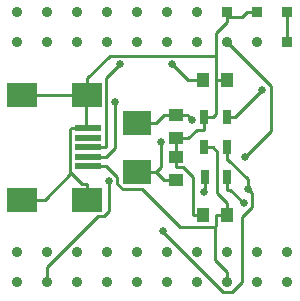
<source format=gbr>
G04 #@! TF.FileFunction,Copper,L2,Bot,Signal*
%FSLAX46Y46*%
G04 Gerber Fmt 4.6, Leading zero omitted, Abs format (unit mm)*
G04 Created by KiCad (PCBNEW 4.0.4+dfsg1-stable) date Wed Feb 22 14:06:43 2017*
%MOMM*%
%LPD*%
G01*
G04 APERTURE LIST*
%ADD10C,0.100000*%
%ADD11R,2.301240X0.500380*%
%ADD12R,2.499360X1.998980*%
%ADD13R,0.914400X0.914400*%
%ADD14C,0.914400*%
%ADD15O,0.914400X0.914400*%
%ADD16R,2.400000X2.000000*%
%ADD17R,1.250000X1.000000*%
%ADD18R,1.000000X1.250000*%
%ADD19R,0.700000X1.300000*%
%ADD20C,0.660400*%
%ADD21C,0.254000*%
G04 APERTURE END LIST*
D10*
D11*
X83459320Y-65100200D03*
X83459320Y-64300100D03*
X83459320Y-63500000D03*
X83459320Y-62699900D03*
X83459320Y-61899800D03*
D12*
X83360260Y-67950080D03*
X77861160Y-67950080D03*
X83360260Y-59049920D03*
X77861160Y-59049920D03*
D13*
X100330000Y-52070000D03*
X100330000Y-54610000D03*
D14*
X92710000Y-54610000D03*
D13*
X97790000Y-52070000D03*
D14*
X95250000Y-54610000D03*
D13*
X95250000Y-52070000D03*
D14*
X92710000Y-52070000D03*
X97790000Y-54610000D03*
X90170000Y-54610000D03*
X90170000Y-52070000D03*
X87630000Y-52070000D03*
X87630000Y-54610000D03*
X85090000Y-54610000D03*
X85090000Y-52070000D03*
X82550000Y-54610000D03*
X82550000Y-52070000D03*
X80010000Y-54610000D03*
X80010000Y-52070000D03*
X77470000Y-52070000D03*
X77470000Y-54610000D03*
D15*
X95250000Y-74930000D03*
D14*
X97790000Y-72390000D03*
D15*
X100330000Y-74930000D03*
X97790000Y-74930000D03*
D14*
X95250000Y-72390000D03*
X92710000Y-72390000D03*
X100330000Y-72390000D03*
X90170000Y-72390000D03*
X92710000Y-74930000D03*
X87630000Y-72390000D03*
X90170000Y-74930000D03*
X85090000Y-72390000D03*
X87630000Y-74930000D03*
X80010000Y-72390000D03*
X77470000Y-72390000D03*
X85090000Y-74930000D03*
X82550000Y-74930000D03*
X77470000Y-74930000D03*
X82550000Y-72390000D03*
X80010000Y-74930000D03*
D16*
X87630000Y-65550000D03*
X87630000Y-61450000D03*
D17*
X90932000Y-62722000D03*
X90932000Y-60722000D03*
X90932000Y-64278000D03*
X90932000Y-66278000D03*
D18*
X93218000Y-69215000D03*
X95218000Y-69215000D03*
X95218000Y-57785000D03*
X93218000Y-57785000D03*
D19*
X93350000Y-66040000D03*
X95250000Y-66040000D03*
X93284000Y-63500000D03*
X95184000Y-63500000D03*
X95184000Y-60960000D03*
X93284000Y-60960000D03*
D20*
X92244700Y-61179600D03*
X89603500Y-63021200D03*
X90574000Y-56454600D03*
X96648800Y-68236300D03*
X98193300Y-58626700D03*
X85726300Y-59665500D03*
X86125900Y-56459700D03*
X85224100Y-66344300D03*
X96757100Y-64300000D03*
X93264000Y-67283500D03*
X96993800Y-67000000D03*
X89772900Y-70571700D03*
D21*
X100330000Y-54610000D02*
X100330000Y-52070000D01*
X95218000Y-57785000D02*
X94336700Y-57785000D01*
X85297100Y-55732300D02*
X94336700Y-55732300D01*
X83360300Y-57669100D02*
X85297100Y-55732300D01*
X94336700Y-53821800D02*
X95250000Y-52908500D01*
X94336700Y-55732300D02*
X94336700Y-53821800D01*
X93218000Y-69215000D02*
X92336700Y-69215000D01*
X90932000Y-62722000D02*
X90932000Y-64278000D01*
X92336700Y-66013200D02*
X92336700Y-69215000D01*
X91482800Y-65159300D02*
X92336700Y-66013200D01*
X90932000Y-65159300D02*
X91482800Y-65159300D01*
X90932000Y-64278000D02*
X90932000Y-65159300D01*
X92669000Y-61991300D02*
X91938300Y-62722000D01*
X93284000Y-61991300D02*
X92669000Y-61991300D01*
X93284000Y-60960000D02*
X93284000Y-61991300D01*
X90932000Y-62722000D02*
X91938300Y-62722000D01*
X94336700Y-55732300D02*
X94336700Y-57785000D01*
X94336700Y-60638600D02*
X94015300Y-60960000D01*
X94336700Y-57785000D02*
X94336700Y-60638600D01*
X93284000Y-60960000D02*
X94015300Y-60960000D01*
X95250000Y-52070000D02*
X95250000Y-52489200D01*
X95250000Y-52489200D02*
X95250000Y-52908500D01*
X96532300Y-52489200D02*
X96951500Y-52070000D01*
X95250000Y-52489200D02*
X96532300Y-52489200D01*
X97790000Y-52070000D02*
X96951500Y-52070000D01*
X83360300Y-67950100D02*
X83360300Y-66569300D01*
X79790700Y-67950100D02*
X82050200Y-65690600D01*
X77861200Y-67950100D02*
X79790700Y-67950100D01*
X81918700Y-65559200D02*
X82050200Y-65690600D01*
X81918700Y-62035600D02*
X81918700Y-65559200D01*
X82054500Y-61899800D02*
X81918700Y-62035600D01*
X82928800Y-66569300D02*
X83360300Y-66569300D01*
X82050200Y-65690600D02*
X82928800Y-66569300D01*
X83360300Y-59049900D02*
X83360300Y-58359500D01*
X83360300Y-58359500D02*
X83360300Y-57669100D01*
X83459300Y-61899800D02*
X83267300Y-61899800D01*
X83267300Y-61899800D02*
X82054500Y-61899800D01*
X77861200Y-59049900D02*
X79492200Y-59049900D01*
X79492200Y-59049900D02*
X83267300Y-59049900D01*
X83267300Y-58452500D02*
X83267300Y-59049900D01*
X83360300Y-58359500D02*
X83267300Y-58452500D01*
X83267300Y-59049900D02*
X83267300Y-61899800D01*
X91938300Y-60873200D02*
X92244700Y-61179600D01*
X91938300Y-60722000D02*
X91938300Y-60873200D01*
X91435200Y-60722000D02*
X91938300Y-60722000D01*
X91435200Y-60722000D02*
X90932000Y-60722000D01*
X89925700Y-60735600D02*
X89211300Y-61450000D01*
X89925700Y-60722000D02*
X89925700Y-60735600D01*
X87630000Y-61450000D02*
X89211300Y-61450000D01*
X90932000Y-60722000D02*
X89925700Y-60722000D01*
X90932000Y-66278000D02*
X89925700Y-66278000D01*
X87630000Y-65550000D02*
X89084200Y-65550000D01*
X89084200Y-65550000D02*
X89211200Y-65550000D01*
X89925700Y-66264500D02*
X89925700Y-66278000D01*
X89211200Y-65550000D02*
X89925700Y-66264500D01*
X89603500Y-65157700D02*
X89603500Y-63021200D01*
X89211200Y-65550000D02*
X89603500Y-65157700D01*
X95250000Y-74930000D02*
X95250000Y-74091500D01*
X83459300Y-65100200D02*
X84991200Y-65100200D01*
X94411500Y-67402200D02*
X95218000Y-68208700D01*
X94411500Y-63896200D02*
X94411500Y-67402200D01*
X94015300Y-63500000D02*
X94411500Y-63896200D01*
X93284000Y-63500000D02*
X94015300Y-63500000D01*
X95218000Y-69215000D02*
X95218000Y-68208700D01*
X94336700Y-70096300D02*
X94336700Y-69215000D01*
X94183000Y-70250000D02*
X94336700Y-70096300D01*
X94183000Y-73024500D02*
X95250000Y-74091500D01*
X94183000Y-70250000D02*
X94183000Y-73024500D01*
X95218000Y-69215000D02*
X94336700Y-69215000D01*
X85935600Y-66044600D02*
X84991200Y-65100200D01*
X85935600Y-66597200D02*
X85935600Y-66044600D01*
X86382200Y-67043800D02*
X85935600Y-66597200D01*
X88030700Y-67043800D02*
X86382200Y-67043800D01*
X91236900Y-70250000D02*
X88030700Y-67043800D01*
X94183000Y-70250000D02*
X91236900Y-70250000D01*
X91904400Y-57785000D02*
X90574000Y-56454600D01*
X93218000Y-57785000D02*
X91904400Y-57785000D01*
X95250000Y-66040000D02*
X95250000Y-67071300D01*
X95483800Y-67071300D02*
X96648800Y-68236300D01*
X95250000Y-67071300D02*
X95483800Y-67071300D01*
X95915300Y-60904700D02*
X98193300Y-58626700D01*
X95915300Y-60960000D02*
X95915300Y-60904700D01*
X95184000Y-60960000D02*
X95915300Y-60960000D01*
X83459300Y-64300100D02*
X84991200Y-64300100D01*
X85726300Y-63565000D02*
X85726300Y-59665500D01*
X84991200Y-64300100D02*
X85726300Y-63565000D01*
X84991400Y-57594200D02*
X86125900Y-56459700D01*
X84991400Y-63499800D02*
X84991400Y-57594200D01*
X84991200Y-63500000D02*
X84991400Y-63499800D01*
X83459300Y-63500000D02*
X84991200Y-63500000D01*
X80010000Y-73634300D02*
X80010000Y-74930000D01*
X84313300Y-69331000D02*
X80010000Y-73634300D01*
X84781900Y-69331000D02*
X84313300Y-69331000D01*
X85224100Y-68888800D02*
X84781900Y-69331000D01*
X85224100Y-66344300D02*
X85224100Y-68888800D01*
X98924400Y-62132700D02*
X96757100Y-64300000D01*
X98924400Y-58284400D02*
X98924400Y-62132700D01*
X95250000Y-54610000D02*
X98924400Y-58284400D01*
X93350000Y-66040000D02*
X93350000Y-67071300D01*
X93264000Y-67157300D02*
X93264000Y-67283500D01*
X93350000Y-67071300D02*
X93264000Y-67157300D01*
X95184000Y-63500000D02*
X95184000Y-64531300D01*
X96993800Y-66182600D02*
X96993800Y-67000000D01*
X95342500Y-64531300D02*
X96993800Y-66182600D01*
X95184000Y-64531300D02*
X95342500Y-64531300D01*
X97362200Y-67368400D02*
X96993800Y-67000000D01*
X97362200Y-68583600D02*
X97362200Y-67368400D01*
X96520000Y-69425800D02*
X97362200Y-68583600D01*
X96520000Y-74869200D02*
X96520000Y-69425800D01*
X95616100Y-75773100D02*
X96520000Y-74869200D01*
X94901400Y-75773100D02*
X95616100Y-75773100D01*
X89772900Y-70644600D02*
X94901400Y-75773100D01*
X89772900Y-70571700D02*
X89772900Y-70644600D01*
M02*

</source>
